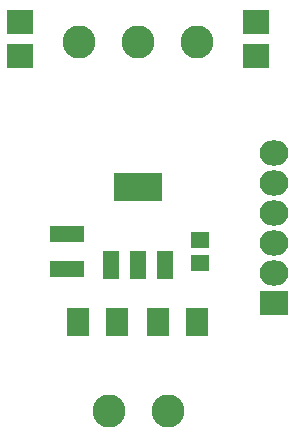
<source format=gbr>
G04 #@! TF.FileFunction,Soldermask,Top*
%FSLAX46Y46*%
G04 Gerber Fmt 4.6, Leading zero omitted, Abs format (unit mm)*
G04 Created by KiCad (PCBNEW 4.0.2-stable) date Fri May 27 18:17:46 2016*
%MOMM*%
G01*
G04 APERTURE LIST*
%ADD10C,0.100000*%
%ADD11R,2.432000X2.127200*%
%ADD12O,2.432000X2.127200*%
%ADD13R,1.650000X1.400000*%
%ADD14R,2.900000X1.400000*%
%ADD15R,4.057600X2.432000*%
%ADD16R,1.416000X2.432000*%
%ADD17R,2.200860X1.997660*%
%ADD18R,1.924000X2.432000*%
%ADD19C,2.800000*%
G04 APERTURE END LIST*
D10*
D11*
X76500000Y-45370000D03*
D12*
X76500000Y-42830000D03*
X76500000Y-40290000D03*
X76500000Y-37750000D03*
X76500000Y-35210000D03*
X76500000Y-32670000D03*
D13*
X70250000Y-42000000D03*
X70250000Y-40000000D03*
D14*
X59000000Y-39500000D03*
X59000000Y-42500000D03*
D15*
X65000000Y-35500000D03*
D16*
X65000000Y-42104000D03*
X67286000Y-42104000D03*
X62714000Y-42104000D03*
D17*
X75000000Y-21580140D03*
X75000000Y-24419860D03*
X55000000Y-21580140D03*
X55000000Y-24419860D03*
D18*
X70000000Y-47000000D03*
X66698000Y-47000000D03*
X63250000Y-47000000D03*
X59948000Y-47000000D03*
D19*
X60000000Y-23250000D03*
X70000000Y-23250000D03*
X65000000Y-23250000D03*
X62500000Y-54500000D03*
X67500000Y-54500000D03*
M02*

</source>
